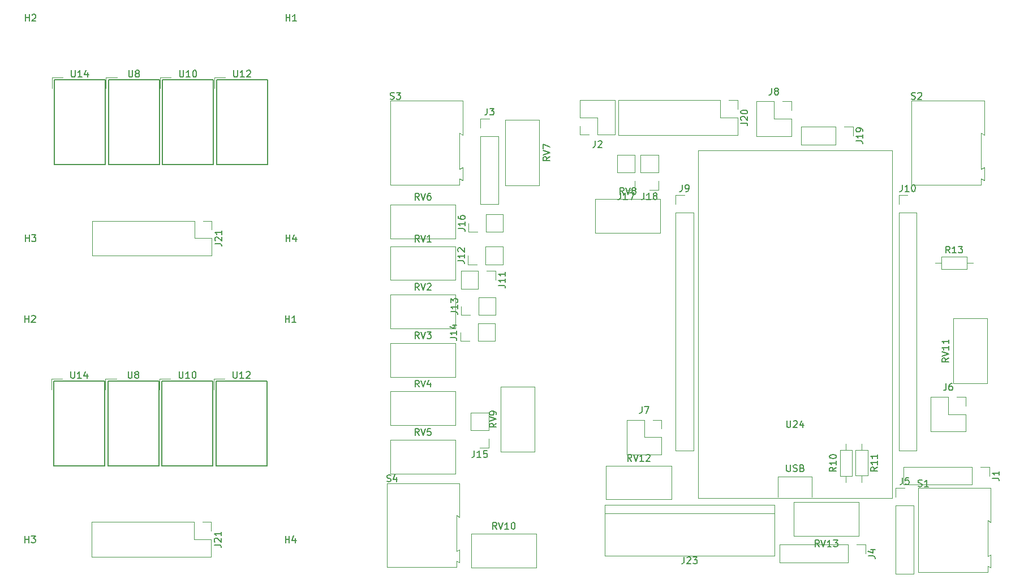
<source format=gbr>
%TF.GenerationSoftware,KiCad,Pcbnew,5.1.10-88a1d61d58~90~ubuntu20.04.1*%
%TF.CreationDate,2021-10-14T14:42:22+02:00*%
%TF.ProjectId,menelaos,6d656e65-6c61-46f7-932e-6b696361645f,rev?*%
%TF.SameCoordinates,Original*%
%TF.FileFunction,Legend,Top*%
%TF.FilePolarity,Positive*%
%FSLAX46Y46*%
G04 Gerber Fmt 4.6, Leading zero omitted, Abs format (unit mm)*
G04 Created by KiCad (PCBNEW 5.1.10-88a1d61d58~90~ubuntu20.04.1) date 2021-10-14 14:42:22*
%MOMM*%
%LPD*%
G01*
G04 APERTURE LIST*
%ADD10C,0.120000*%
%ADD11C,0.150000*%
G04 APERTURE END LIST*
D10*
%TO.C,J21*%
X69210000Y-101670000D02*
X69210000Y-106870000D01*
X84510000Y-101670000D02*
X69210000Y-101670000D01*
X87110000Y-106870000D02*
X69210000Y-106870000D01*
X84510000Y-101670000D02*
X84510000Y-104270000D01*
X84510000Y-104270000D02*
X87110000Y-104270000D01*
X87110000Y-104270000D02*
X87110000Y-106870000D01*
X85780000Y-101670000D02*
X87110000Y-101670000D01*
X87110000Y-101670000D02*
X87110000Y-103000000D01*
%TO.C,U14*%
X63170000Y-80210000D02*
X64800000Y-80210000D01*
X63170000Y-81840000D02*
X63170000Y-80210000D01*
D11*
X71150000Y-93270000D02*
X71150000Y-80570000D01*
X63530000Y-93270000D02*
X71150000Y-93270000D01*
X63530000Y-80570000D02*
X63530000Y-93270000D01*
X71150000Y-80570000D02*
X63530000Y-80570000D01*
%TO.C,U12*%
X95450000Y-80570000D02*
X87830000Y-80570000D01*
X87830000Y-80570000D02*
X87830000Y-93270000D01*
X87830000Y-93270000D02*
X95450000Y-93270000D01*
X95450000Y-93270000D02*
X95450000Y-80570000D01*
D10*
X87470000Y-81840000D02*
X87470000Y-80210000D01*
X87470000Y-80210000D02*
X89100000Y-80210000D01*
%TO.C,U10*%
X79370000Y-80210000D02*
X81000000Y-80210000D01*
X79370000Y-81840000D02*
X79370000Y-80210000D01*
D11*
X87350000Y-93270000D02*
X87350000Y-80570000D01*
X79730000Y-93270000D02*
X87350000Y-93270000D01*
X79730000Y-80570000D02*
X79730000Y-93270000D01*
X87350000Y-80570000D02*
X79730000Y-80570000D01*
%TO.C,U8*%
X79250000Y-80570000D02*
X71630000Y-80570000D01*
X71630000Y-80570000D02*
X71630000Y-93270000D01*
X71630000Y-93270000D02*
X79250000Y-93270000D01*
X79250000Y-93270000D02*
X79250000Y-80570000D01*
D10*
X71270000Y-81840000D02*
X71270000Y-80210000D01*
X71270000Y-80210000D02*
X72900000Y-80210000D01*
%TO.C,J2*%
X143550000Y-88780000D02*
X142220000Y-88780000D01*
X142220000Y-88780000D02*
X142220000Y-87450000D01*
X144820000Y-88780000D02*
X144820000Y-86180000D01*
X144820000Y-86180000D02*
X142220000Y-86180000D01*
X142220000Y-86180000D02*
X142220000Y-83580000D01*
X147420000Y-83580000D02*
X142220000Y-83580000D01*
X147420000Y-88780000D02*
X147420000Y-83580000D01*
X147420000Y-88780000D02*
X144820000Y-88780000D01*
%TO.C,J21*%
X69130000Y-146770000D02*
X69130000Y-151970000D01*
X84430000Y-146770000D02*
X69130000Y-146770000D01*
X87030000Y-151970000D02*
X69130000Y-151970000D01*
X84430000Y-146770000D02*
X84430000Y-149370000D01*
X84430000Y-149370000D02*
X87030000Y-149370000D01*
X87030000Y-149370000D02*
X87030000Y-151970000D01*
X85700000Y-146770000D02*
X87030000Y-146770000D01*
X87030000Y-146770000D02*
X87030000Y-148100000D01*
%TO.C,J20*%
X147930000Y-83620000D02*
X147930000Y-88820000D01*
X163230000Y-83620000D02*
X147930000Y-83620000D01*
X165830000Y-88820000D02*
X147930000Y-88820000D01*
X163230000Y-83620000D02*
X163230000Y-86220000D01*
X163230000Y-86220000D02*
X165830000Y-86220000D01*
X165830000Y-86220000D02*
X165830000Y-88820000D01*
X164500000Y-83620000D02*
X165830000Y-83620000D01*
X165830000Y-83620000D02*
X165830000Y-84950000D01*
%TO.C,S4*%
X113350000Y-140950000D02*
X113350000Y-153550000D01*
X113350000Y-153550000D02*
X123700000Y-153550000D01*
X123700000Y-153550000D02*
X123700000Y-152600000D01*
X123700000Y-152600000D02*
X124200000Y-152850000D01*
X124200000Y-152850000D02*
X124200000Y-150950000D01*
X124200000Y-150950000D02*
X124200000Y-150900000D01*
X124200000Y-150900000D02*
X123700000Y-151150000D01*
X123700000Y-151150000D02*
X123700000Y-145750000D01*
X123700000Y-145750000D02*
X124200000Y-146050000D01*
X124200000Y-146050000D02*
X124200000Y-140950000D01*
X124200000Y-140950000D02*
X113350000Y-140950000D01*
%TO.C,J1*%
X190660000Y-138520000D02*
X190660000Y-141180000D01*
X200880000Y-138520000D02*
X190660000Y-138520000D01*
X200880000Y-141180000D02*
X190660000Y-141180000D01*
X200880000Y-138520000D02*
X200880000Y-141180000D01*
X202150000Y-138520000D02*
X203480000Y-138520000D01*
X203480000Y-138520000D02*
X203480000Y-139850000D01*
%TO.C,J3*%
X127320000Y-99190000D02*
X129980000Y-99190000D01*
X127320000Y-88970000D02*
X127320000Y-99190000D01*
X129980000Y-88970000D02*
X129980000Y-99190000D01*
X127320000Y-88970000D02*
X129980000Y-88970000D01*
X127320000Y-87700000D02*
X127320000Y-86370000D01*
X127320000Y-86370000D02*
X128650000Y-86370000D01*
%TO.C,J4*%
X184930000Y-150170000D02*
X184930000Y-151500000D01*
X183600000Y-150170000D02*
X184930000Y-150170000D01*
X182330000Y-150170000D02*
X182330000Y-152830000D01*
X182330000Y-152830000D02*
X172110000Y-152830000D01*
X182330000Y-150170000D02*
X172110000Y-150170000D01*
X172110000Y-150170000D02*
X172110000Y-152830000D01*
%TO.C,J5*%
X189470000Y-141670000D02*
X190800000Y-141670000D01*
X189470000Y-143000000D02*
X189470000Y-141670000D01*
X189470000Y-144270000D02*
X192130000Y-144270000D01*
X192130000Y-144270000D02*
X192130000Y-154490000D01*
X189470000Y-144270000D02*
X189470000Y-154490000D01*
X189470000Y-154490000D02*
X192130000Y-154490000D01*
%TO.C,J6*%
X194730000Y-128020000D02*
X197330000Y-128020000D01*
X194730000Y-128020000D02*
X194730000Y-133220000D01*
X194730000Y-133220000D02*
X199930000Y-133220000D01*
X199930000Y-130620000D02*
X199930000Y-133220000D01*
X197330000Y-130620000D02*
X199930000Y-130620000D01*
X197330000Y-128020000D02*
X197330000Y-130620000D01*
X199930000Y-128020000D02*
X199930000Y-129350000D01*
X198600000Y-128020000D02*
X199930000Y-128020000D01*
%TO.C,J7*%
X149230000Y-131470000D02*
X151830000Y-131470000D01*
X149230000Y-131470000D02*
X149230000Y-136670000D01*
X149230000Y-136670000D02*
X154430000Y-136670000D01*
X154430000Y-134070000D02*
X154430000Y-136670000D01*
X151830000Y-134070000D02*
X154430000Y-134070000D01*
X151830000Y-131470000D02*
X151830000Y-134070000D01*
X154430000Y-131470000D02*
X154430000Y-132800000D01*
X153100000Y-131470000D02*
X154430000Y-131470000D01*
%TO.C,J8*%
X172500000Y-83770000D02*
X173830000Y-83770000D01*
X173830000Y-83770000D02*
X173830000Y-85100000D01*
X171230000Y-83770000D02*
X171230000Y-86370000D01*
X171230000Y-86370000D02*
X173830000Y-86370000D01*
X173830000Y-86370000D02*
X173830000Y-88970000D01*
X168630000Y-88970000D02*
X173830000Y-88970000D01*
X168630000Y-83770000D02*
X168630000Y-88970000D01*
X168630000Y-83770000D02*
X171230000Y-83770000D01*
%TO.C,J9*%
X156520000Y-97820000D02*
X157850000Y-97820000D01*
X156520000Y-99150000D02*
X156520000Y-97820000D01*
X156520000Y-100420000D02*
X159180000Y-100420000D01*
X159180000Y-100420000D02*
X159180000Y-136040000D01*
X156520000Y-100420000D02*
X156520000Y-136040000D01*
X156520000Y-136040000D02*
X159180000Y-136040000D01*
%TO.C,J10*%
X189920000Y-136040000D02*
X192580000Y-136040000D01*
X189920000Y-100420000D02*
X189920000Y-136040000D01*
X192580000Y-100420000D02*
X192580000Y-136040000D01*
X189920000Y-100420000D02*
X192580000Y-100420000D01*
X189920000Y-99150000D02*
X189920000Y-97820000D01*
X189920000Y-97820000D02*
X191250000Y-97820000D01*
%TO.C,J11*%
X129580000Y-109170000D02*
X129580000Y-110500000D01*
X128250000Y-109170000D02*
X129580000Y-109170000D01*
X126980000Y-109170000D02*
X126980000Y-111830000D01*
X126980000Y-111830000D02*
X124380000Y-111830000D01*
X126980000Y-109170000D02*
X124380000Y-109170000D01*
X124380000Y-109170000D02*
X124380000Y-111830000D01*
%TO.C,J12*%
X125470000Y-108180000D02*
X125470000Y-106850000D01*
X126800000Y-108180000D02*
X125470000Y-108180000D01*
X128070000Y-108180000D02*
X128070000Y-105520000D01*
X128070000Y-105520000D02*
X130670000Y-105520000D01*
X128070000Y-108180000D02*
X130670000Y-108180000D01*
X130670000Y-108180000D02*
X130670000Y-105520000D01*
%TO.C,J13*%
X129620000Y-115780000D02*
X129620000Y-113120000D01*
X127020000Y-115780000D02*
X129620000Y-115780000D01*
X127020000Y-113120000D02*
X129620000Y-113120000D01*
X127020000Y-115780000D02*
X127020000Y-113120000D01*
X125750000Y-115780000D02*
X124420000Y-115780000D01*
X124420000Y-115780000D02*
X124420000Y-114450000D01*
%TO.C,J14*%
X129520000Y-119680000D02*
X129520000Y-117020000D01*
X126920000Y-119680000D02*
X129520000Y-119680000D01*
X126920000Y-117020000D02*
X129520000Y-117020000D01*
X126920000Y-119680000D02*
X126920000Y-117020000D01*
X125650000Y-119680000D02*
X124320000Y-119680000D01*
X124320000Y-119680000D02*
X124320000Y-118350000D01*
%TO.C,J15*%
X128530000Y-130430000D02*
X125870000Y-130430000D01*
X128530000Y-133030000D02*
X128530000Y-130430000D01*
X125870000Y-133030000D02*
X125870000Y-130430000D01*
X128530000Y-133030000D02*
X125870000Y-133030000D01*
X128530000Y-134300000D02*
X128530000Y-135630000D01*
X128530000Y-135630000D02*
X127200000Y-135630000D01*
%TO.C,J16*%
X125520000Y-103330000D02*
X125520000Y-102000000D01*
X126850000Y-103330000D02*
X125520000Y-103330000D01*
X128120000Y-103330000D02*
X128120000Y-100670000D01*
X128120000Y-100670000D02*
X130720000Y-100670000D01*
X128120000Y-103330000D02*
X130720000Y-103330000D01*
X130720000Y-103330000D02*
X130720000Y-100670000D01*
%TO.C,J17*%
X150430000Y-97030000D02*
X149100000Y-97030000D01*
X150430000Y-95700000D02*
X150430000Y-97030000D01*
X150430000Y-94430000D02*
X147770000Y-94430000D01*
X147770000Y-94430000D02*
X147770000Y-91830000D01*
X150430000Y-94430000D02*
X150430000Y-91830000D01*
X150430000Y-91830000D02*
X147770000Y-91830000D01*
%TO.C,J18*%
X153930000Y-91830000D02*
X151270000Y-91830000D01*
X153930000Y-94430000D02*
X153930000Y-91830000D01*
X151270000Y-94430000D02*
X151270000Y-91830000D01*
X153930000Y-94430000D02*
X151270000Y-94430000D01*
X153930000Y-95700000D02*
X153930000Y-97030000D01*
X153930000Y-97030000D02*
X152600000Y-97030000D01*
%TO.C,J19*%
X175340000Y-87570000D02*
X175340000Y-90230000D01*
X180480000Y-87570000D02*
X175340000Y-87570000D01*
X180480000Y-90230000D02*
X175340000Y-90230000D01*
X180480000Y-87570000D02*
X180480000Y-90230000D01*
X181750000Y-87570000D02*
X183080000Y-87570000D01*
X183080000Y-87570000D02*
X183080000Y-88900000D01*
%TO.C,J23*%
X171290000Y-144190000D02*
X145890000Y-144190000D01*
X171290000Y-145460000D02*
X145890000Y-145460000D01*
X171290000Y-151810000D02*
X145890000Y-151810000D01*
X145890000Y-151810000D02*
X145890000Y-144190000D01*
X171290000Y-151810000D02*
X171290000Y-144190000D01*
%TO.C,R10*%
X182025000Y-135070000D02*
X182025000Y-136020000D01*
X182025000Y-140810000D02*
X182025000Y-139860000D01*
X181105000Y-136020000D02*
X181105000Y-139860000D01*
X182945000Y-136020000D02*
X181105000Y-136020000D01*
X182945000Y-139860000D02*
X182945000Y-136020000D01*
X181105000Y-139860000D02*
X182945000Y-139860000D01*
%TO.C,R11*%
X184350000Y-140780000D02*
X184350000Y-139830000D01*
X184350000Y-135040000D02*
X184350000Y-135990000D01*
X185270000Y-139830000D02*
X185270000Y-135990000D01*
X183430000Y-139830000D02*
X185270000Y-139830000D01*
X183430000Y-135990000D02*
X183430000Y-139830000D01*
X185270000Y-135990000D02*
X183430000Y-135990000D01*
%TO.C,R13*%
X201080000Y-107950000D02*
X200130000Y-107950000D01*
X195340000Y-107950000D02*
X196290000Y-107950000D01*
X200130000Y-107030000D02*
X196290000Y-107030000D01*
X200130000Y-108870000D02*
X200130000Y-107030000D01*
X196290000Y-108870000D02*
X200130000Y-108870000D01*
X196290000Y-107030000D02*
X196290000Y-108870000D01*
%TO.C,RV1*%
X113825000Y-105470000D02*
X123595000Y-105470000D01*
X113825000Y-110540000D02*
X123595000Y-110540000D01*
X113825000Y-105470000D02*
X113825000Y-110540000D01*
X123595000Y-105470000D02*
X123595000Y-110540000D01*
%TO.C,RV2*%
X123595000Y-112720000D02*
X123595000Y-117790000D01*
X113825000Y-112720000D02*
X113825000Y-117790000D01*
X113825000Y-117790000D02*
X123595000Y-117790000D01*
X113825000Y-112720000D02*
X123595000Y-112720000D01*
%TO.C,RV3*%
X113825000Y-119970000D02*
X123595000Y-119970000D01*
X113825000Y-125040000D02*
X123595000Y-125040000D01*
X113825000Y-119970000D02*
X113825000Y-125040000D01*
X123595000Y-119970000D02*
X123595000Y-125040000D01*
%TO.C,RV4*%
X123595000Y-127220000D02*
X123595000Y-132290000D01*
X113825000Y-127220000D02*
X113825000Y-132290000D01*
X113825000Y-132290000D02*
X123595000Y-132290000D01*
X113825000Y-127220000D02*
X123595000Y-127220000D01*
%TO.C,RV5*%
X113825000Y-134470000D02*
X123595000Y-134470000D01*
X113825000Y-139540000D02*
X123595000Y-139540000D01*
X113825000Y-134470000D02*
X113825000Y-139540000D01*
X123595000Y-134470000D02*
X123595000Y-139540000D01*
%TO.C,RV6*%
X123595000Y-99220000D02*
X123595000Y-104290000D01*
X113825000Y-99220000D02*
X113825000Y-104290000D01*
X113825000Y-104290000D02*
X123595000Y-104290000D01*
X113825000Y-99220000D02*
X123595000Y-99220000D01*
%TO.C,RV7*%
X136130000Y-86575000D02*
X136130000Y-96345000D01*
X131060000Y-86575000D02*
X131060000Y-96345000D01*
X136130000Y-86575000D02*
X131060000Y-86575000D01*
X136130000Y-96345000D02*
X131060000Y-96345000D01*
%TO.C,RV8*%
X144475000Y-98370000D02*
X154245000Y-98370000D01*
X144475000Y-103440000D02*
X154245000Y-103440000D01*
X144475000Y-98370000D02*
X144475000Y-103440000D01*
X154245000Y-98370000D02*
X154245000Y-103440000D01*
%TO.C,RV9*%
X130370000Y-126505000D02*
X135440000Y-126505000D01*
X130370000Y-136275000D02*
X135440000Y-136275000D01*
X135440000Y-136275000D02*
X135440000Y-126505000D01*
X130370000Y-136275000D02*
X130370000Y-126505000D01*
%TO.C,RV10*%
X125925000Y-148520000D02*
X135695000Y-148520000D01*
X125925000Y-153590000D02*
X135695000Y-153590000D01*
X125925000Y-148520000D02*
X125925000Y-153590000D01*
X135695000Y-148520000D02*
X135695000Y-153590000D01*
%TO.C,RV11*%
X198070000Y-116255000D02*
X203140000Y-116255000D01*
X198070000Y-126025000D02*
X203140000Y-126025000D01*
X203140000Y-126025000D02*
X203140000Y-116255000D01*
X198070000Y-126025000D02*
X198070000Y-116255000D01*
%TO.C,RV12*%
X155895000Y-138320000D02*
X155895000Y-143390000D01*
X146125000Y-138320000D02*
X146125000Y-143390000D01*
X146125000Y-143390000D02*
X155895000Y-143390000D01*
X146125000Y-138320000D02*
X155895000Y-138320000D01*
%TO.C,RV13*%
X183975000Y-148880000D02*
X174205000Y-148880000D01*
X183975000Y-143810000D02*
X174205000Y-143810000D01*
X183975000Y-148880000D02*
X183975000Y-143810000D01*
X174205000Y-148880000D02*
X174205000Y-143810000D01*
%TO.C,S1*%
X192850000Y-141700000D02*
X192850000Y-154300000D01*
X192850000Y-154300000D02*
X203200000Y-154300000D01*
X203200000Y-154300000D02*
X203200000Y-153350000D01*
X203200000Y-153350000D02*
X203700000Y-153600000D01*
X203700000Y-153600000D02*
X203700000Y-151700000D01*
X203700000Y-151700000D02*
X203700000Y-151650000D01*
X203700000Y-151650000D02*
X203200000Y-151900000D01*
X203200000Y-151900000D02*
X203200000Y-146500000D01*
X203200000Y-146500000D02*
X203700000Y-146800000D01*
X203700000Y-146800000D02*
X203700000Y-141700000D01*
X203700000Y-141700000D02*
X192850000Y-141700000D01*
%TO.C,S2*%
X191850000Y-83700000D02*
X191850000Y-96300000D01*
X191850000Y-96300000D02*
X202200000Y-96300000D01*
X202200000Y-96300000D02*
X202200000Y-95350000D01*
X202200000Y-95350000D02*
X202700000Y-95600000D01*
X202700000Y-95600000D02*
X202700000Y-93700000D01*
X202700000Y-93700000D02*
X202700000Y-93650000D01*
X202700000Y-93650000D02*
X202200000Y-93900000D01*
X202200000Y-93900000D02*
X202200000Y-88500000D01*
X202200000Y-88500000D02*
X202700000Y-88800000D01*
X202700000Y-88800000D02*
X202700000Y-83700000D01*
X202700000Y-83700000D02*
X191850000Y-83700000D01*
%TO.C,S3*%
X124700000Y-83700000D02*
X113850000Y-83700000D01*
X124700000Y-88800000D02*
X124700000Y-83700000D01*
X124200000Y-88500000D02*
X124700000Y-88800000D01*
X124200000Y-93900000D02*
X124200000Y-88500000D01*
X124700000Y-93650000D02*
X124200000Y-93900000D01*
X124700000Y-93700000D02*
X124700000Y-93650000D01*
X124700000Y-95600000D02*
X124700000Y-93700000D01*
X124200000Y-95350000D02*
X124700000Y-95600000D01*
X124200000Y-96300000D02*
X124200000Y-95350000D01*
X113850000Y-96300000D02*
X124200000Y-96300000D01*
X113850000Y-83700000D02*
X113850000Y-96300000D01*
D11*
%TO.C,U8*%
X79170000Y-125670000D02*
X71550000Y-125670000D01*
X71550000Y-125670000D02*
X71550000Y-138370000D01*
X71550000Y-138370000D02*
X79170000Y-138370000D01*
X79170000Y-138370000D02*
X79170000Y-125670000D01*
D10*
X71190000Y-126940000D02*
X71190000Y-125310000D01*
X71190000Y-125310000D02*
X72820000Y-125310000D01*
%TO.C,U10*%
X79290000Y-125310000D02*
X80920000Y-125310000D01*
X79290000Y-126940000D02*
X79290000Y-125310000D01*
D11*
X87270000Y-138370000D02*
X87270000Y-125670000D01*
X79650000Y-138370000D02*
X87270000Y-138370000D01*
X79650000Y-125670000D02*
X79650000Y-138370000D01*
X87270000Y-125670000D02*
X79650000Y-125670000D01*
%TO.C,U12*%
X95370000Y-125670000D02*
X87750000Y-125670000D01*
X87750000Y-125670000D02*
X87750000Y-138370000D01*
X87750000Y-138370000D02*
X95370000Y-138370000D01*
X95370000Y-138370000D02*
X95370000Y-125670000D01*
D10*
X87390000Y-126940000D02*
X87390000Y-125310000D01*
X87390000Y-125310000D02*
X89020000Y-125310000D01*
%TO.C,U14*%
X63090000Y-125310000D02*
X64720000Y-125310000D01*
X63090000Y-126940000D02*
X63090000Y-125310000D01*
D11*
X71070000Y-138370000D02*
X71070000Y-125670000D01*
X63450000Y-138370000D02*
X71070000Y-138370000D01*
X63450000Y-125670000D02*
X63450000Y-138370000D01*
X71070000Y-125670000D02*
X63450000Y-125670000D01*
D10*
%TO.C,U24*%
X159900000Y-91150000D02*
X159900000Y-143150000D01*
X188900000Y-91150000D02*
X188900000Y-143150000D01*
X159900000Y-91150000D02*
X188900000Y-91150000D01*
X159900000Y-143150000D02*
X188900000Y-143150000D01*
X171860000Y-143058000D02*
X171860000Y-140010000D01*
X171860000Y-140010000D02*
X176940000Y-140010000D01*
X176940000Y-140010000D02*
X176940000Y-143058000D01*
%TO.C,J21*%
D11*
X87562380Y-105079523D02*
X88276666Y-105079523D01*
X88419523Y-105127142D01*
X88514761Y-105222380D01*
X88562380Y-105365238D01*
X88562380Y-105460476D01*
X87657619Y-104650952D02*
X87610000Y-104603333D01*
X87562380Y-104508095D01*
X87562380Y-104270000D01*
X87610000Y-104174761D01*
X87657619Y-104127142D01*
X87752857Y-104079523D01*
X87848095Y-104079523D01*
X87990952Y-104127142D01*
X88562380Y-104698571D01*
X88562380Y-104079523D01*
X88562380Y-103127142D02*
X88562380Y-103698571D01*
X88562380Y-103412857D02*
X87562380Y-103412857D01*
X87705238Y-103508095D01*
X87800476Y-103603333D01*
X87848095Y-103698571D01*
%TO.C,H3*%
X59218095Y-104752380D02*
X59218095Y-103752380D01*
X59218095Y-104228571D02*
X59789523Y-104228571D01*
X59789523Y-104752380D02*
X59789523Y-103752380D01*
X60170476Y-103752380D02*
X60789523Y-103752380D01*
X60456190Y-104133333D01*
X60599047Y-104133333D01*
X60694285Y-104180952D01*
X60741904Y-104228571D01*
X60789523Y-104323809D01*
X60789523Y-104561904D01*
X60741904Y-104657142D01*
X60694285Y-104704761D01*
X60599047Y-104752380D01*
X60313333Y-104752380D01*
X60218095Y-104704761D01*
X60170476Y-104657142D01*
%TO.C,H1*%
X98218095Y-71752380D02*
X98218095Y-70752380D01*
X98218095Y-71228571D02*
X98789523Y-71228571D01*
X98789523Y-71752380D02*
X98789523Y-70752380D01*
X99789523Y-71752380D02*
X99218095Y-71752380D01*
X99503809Y-71752380D02*
X99503809Y-70752380D01*
X99408571Y-70895238D01*
X99313333Y-70990476D01*
X99218095Y-71038095D01*
%TO.C,U14*%
X66101904Y-79133380D02*
X66101904Y-79942904D01*
X66149523Y-80038142D01*
X66197142Y-80085761D01*
X66292380Y-80133380D01*
X66482857Y-80133380D01*
X66578095Y-80085761D01*
X66625714Y-80038142D01*
X66673333Y-79942904D01*
X66673333Y-79133380D01*
X67673333Y-80133380D02*
X67101904Y-80133380D01*
X67387619Y-80133380D02*
X67387619Y-79133380D01*
X67292380Y-79276238D01*
X67197142Y-79371476D01*
X67101904Y-79419095D01*
X68530476Y-79466714D02*
X68530476Y-80133380D01*
X68292380Y-79085761D02*
X68054285Y-79800047D01*
X68673333Y-79800047D01*
%TO.C,U12*%
X90401904Y-79133380D02*
X90401904Y-79942904D01*
X90449523Y-80038142D01*
X90497142Y-80085761D01*
X90592380Y-80133380D01*
X90782857Y-80133380D01*
X90878095Y-80085761D01*
X90925714Y-80038142D01*
X90973333Y-79942904D01*
X90973333Y-79133380D01*
X91973333Y-80133380D02*
X91401904Y-80133380D01*
X91687619Y-80133380D02*
X91687619Y-79133380D01*
X91592380Y-79276238D01*
X91497142Y-79371476D01*
X91401904Y-79419095D01*
X92354285Y-79228619D02*
X92401904Y-79181000D01*
X92497142Y-79133380D01*
X92735238Y-79133380D01*
X92830476Y-79181000D01*
X92878095Y-79228619D01*
X92925714Y-79323857D01*
X92925714Y-79419095D01*
X92878095Y-79561952D01*
X92306666Y-80133380D01*
X92925714Y-80133380D01*
%TO.C,U10*%
X82301904Y-79133380D02*
X82301904Y-79942904D01*
X82349523Y-80038142D01*
X82397142Y-80085761D01*
X82492380Y-80133380D01*
X82682857Y-80133380D01*
X82778095Y-80085761D01*
X82825714Y-80038142D01*
X82873333Y-79942904D01*
X82873333Y-79133380D01*
X83873333Y-80133380D02*
X83301904Y-80133380D01*
X83587619Y-80133380D02*
X83587619Y-79133380D01*
X83492380Y-79276238D01*
X83397142Y-79371476D01*
X83301904Y-79419095D01*
X84492380Y-79133380D02*
X84587619Y-79133380D01*
X84682857Y-79181000D01*
X84730476Y-79228619D01*
X84778095Y-79323857D01*
X84825714Y-79514333D01*
X84825714Y-79752428D01*
X84778095Y-79942904D01*
X84730476Y-80038142D01*
X84682857Y-80085761D01*
X84587619Y-80133380D01*
X84492380Y-80133380D01*
X84397142Y-80085761D01*
X84349523Y-80038142D01*
X84301904Y-79942904D01*
X84254285Y-79752428D01*
X84254285Y-79514333D01*
X84301904Y-79323857D01*
X84349523Y-79228619D01*
X84397142Y-79181000D01*
X84492380Y-79133380D01*
%TO.C,U8*%
X74678095Y-79133380D02*
X74678095Y-79942904D01*
X74725714Y-80038142D01*
X74773333Y-80085761D01*
X74868571Y-80133380D01*
X75059047Y-80133380D01*
X75154285Y-80085761D01*
X75201904Y-80038142D01*
X75249523Y-79942904D01*
X75249523Y-79133380D01*
X75868571Y-79561952D02*
X75773333Y-79514333D01*
X75725714Y-79466714D01*
X75678095Y-79371476D01*
X75678095Y-79323857D01*
X75725714Y-79228619D01*
X75773333Y-79181000D01*
X75868571Y-79133380D01*
X76059047Y-79133380D01*
X76154285Y-79181000D01*
X76201904Y-79228619D01*
X76249523Y-79323857D01*
X76249523Y-79371476D01*
X76201904Y-79466714D01*
X76154285Y-79514333D01*
X76059047Y-79561952D01*
X75868571Y-79561952D01*
X75773333Y-79609571D01*
X75725714Y-79657190D01*
X75678095Y-79752428D01*
X75678095Y-79942904D01*
X75725714Y-80038142D01*
X75773333Y-80085761D01*
X75868571Y-80133380D01*
X76059047Y-80133380D01*
X76154285Y-80085761D01*
X76201904Y-80038142D01*
X76249523Y-79942904D01*
X76249523Y-79752428D01*
X76201904Y-79657190D01*
X76154285Y-79609571D01*
X76059047Y-79561952D01*
%TO.C,H2*%
X59218095Y-71752380D02*
X59218095Y-70752380D01*
X59218095Y-71228571D02*
X59789523Y-71228571D01*
X59789523Y-71752380D02*
X59789523Y-70752380D01*
X60218095Y-70847619D02*
X60265714Y-70800000D01*
X60360952Y-70752380D01*
X60599047Y-70752380D01*
X60694285Y-70800000D01*
X60741904Y-70847619D01*
X60789523Y-70942857D01*
X60789523Y-71038095D01*
X60741904Y-71180952D01*
X60170476Y-71752380D01*
X60789523Y-71752380D01*
%TO.C,H4*%
X98218095Y-104752380D02*
X98218095Y-103752380D01*
X98218095Y-104228571D02*
X98789523Y-104228571D01*
X98789523Y-104752380D02*
X98789523Y-103752380D01*
X99694285Y-104085714D02*
X99694285Y-104752380D01*
X99456190Y-103704761D02*
X99218095Y-104419047D01*
X99837142Y-104419047D01*
%TO.C,J2*%
X144486666Y-89672380D02*
X144486666Y-90386666D01*
X144439047Y-90529523D01*
X144343809Y-90624761D01*
X144200952Y-90672380D01*
X144105714Y-90672380D01*
X144915238Y-89767619D02*
X144962857Y-89720000D01*
X145058095Y-89672380D01*
X145296190Y-89672380D01*
X145391428Y-89720000D01*
X145439047Y-89767619D01*
X145486666Y-89862857D01*
X145486666Y-89958095D01*
X145439047Y-90100952D01*
X144867619Y-90672380D01*
X145486666Y-90672380D01*
%TO.C,J21*%
X87482380Y-150179523D02*
X88196666Y-150179523D01*
X88339523Y-150227142D01*
X88434761Y-150322380D01*
X88482380Y-150465238D01*
X88482380Y-150560476D01*
X87577619Y-149750952D02*
X87530000Y-149703333D01*
X87482380Y-149608095D01*
X87482380Y-149370000D01*
X87530000Y-149274761D01*
X87577619Y-149227142D01*
X87672857Y-149179523D01*
X87768095Y-149179523D01*
X87910952Y-149227142D01*
X88482380Y-149798571D01*
X88482380Y-149179523D01*
X88482380Y-148227142D02*
X88482380Y-148798571D01*
X88482380Y-148512857D02*
X87482380Y-148512857D01*
X87625238Y-148608095D01*
X87720476Y-148703333D01*
X87768095Y-148798571D01*
%TO.C,J20*%
X166282380Y-87029523D02*
X166996666Y-87029523D01*
X167139523Y-87077142D01*
X167234761Y-87172380D01*
X167282380Y-87315238D01*
X167282380Y-87410476D01*
X166377619Y-86600952D02*
X166330000Y-86553333D01*
X166282380Y-86458095D01*
X166282380Y-86220000D01*
X166330000Y-86124761D01*
X166377619Y-86077142D01*
X166472857Y-86029523D01*
X166568095Y-86029523D01*
X166710952Y-86077142D01*
X167282380Y-86648571D01*
X167282380Y-86029523D01*
X166282380Y-85410476D02*
X166282380Y-85315238D01*
X166330000Y-85220000D01*
X166377619Y-85172380D01*
X166472857Y-85124761D01*
X166663333Y-85077142D01*
X166901428Y-85077142D01*
X167091904Y-85124761D01*
X167187142Y-85172380D01*
X167234761Y-85220000D01*
X167282380Y-85315238D01*
X167282380Y-85410476D01*
X167234761Y-85505714D01*
X167187142Y-85553333D01*
X167091904Y-85600952D01*
X166901428Y-85648571D01*
X166663333Y-85648571D01*
X166472857Y-85600952D01*
X166377619Y-85553333D01*
X166330000Y-85505714D01*
X166282380Y-85410476D01*
%TO.C,H4*%
X98138095Y-149852380D02*
X98138095Y-148852380D01*
X98138095Y-149328571D02*
X98709523Y-149328571D01*
X98709523Y-149852380D02*
X98709523Y-148852380D01*
X99614285Y-149185714D02*
X99614285Y-149852380D01*
X99376190Y-148804761D02*
X99138095Y-149519047D01*
X99757142Y-149519047D01*
%TO.C,H3*%
X59138095Y-149852380D02*
X59138095Y-148852380D01*
X59138095Y-149328571D02*
X59709523Y-149328571D01*
X59709523Y-149852380D02*
X59709523Y-148852380D01*
X60090476Y-148852380D02*
X60709523Y-148852380D01*
X60376190Y-149233333D01*
X60519047Y-149233333D01*
X60614285Y-149280952D01*
X60661904Y-149328571D01*
X60709523Y-149423809D01*
X60709523Y-149661904D01*
X60661904Y-149757142D01*
X60614285Y-149804761D01*
X60519047Y-149852380D01*
X60233333Y-149852380D01*
X60138095Y-149804761D01*
X60090476Y-149757142D01*
%TO.C,H2*%
X59138095Y-116852380D02*
X59138095Y-115852380D01*
X59138095Y-116328571D02*
X59709523Y-116328571D01*
X59709523Y-116852380D02*
X59709523Y-115852380D01*
X60138095Y-115947619D02*
X60185714Y-115900000D01*
X60280952Y-115852380D01*
X60519047Y-115852380D01*
X60614285Y-115900000D01*
X60661904Y-115947619D01*
X60709523Y-116042857D01*
X60709523Y-116138095D01*
X60661904Y-116280952D01*
X60090476Y-116852380D01*
X60709523Y-116852380D01*
%TO.C,H1*%
X98138095Y-116852380D02*
X98138095Y-115852380D01*
X98138095Y-116328571D02*
X98709523Y-116328571D01*
X98709523Y-116852380D02*
X98709523Y-115852380D01*
X99709523Y-116852380D02*
X99138095Y-116852380D01*
X99423809Y-116852380D02*
X99423809Y-115852380D01*
X99328571Y-115995238D01*
X99233333Y-116090476D01*
X99138095Y-116138095D01*
%TO.C,S4*%
X113318095Y-140664761D02*
X113460952Y-140712380D01*
X113699047Y-140712380D01*
X113794285Y-140664761D01*
X113841904Y-140617142D01*
X113889523Y-140521904D01*
X113889523Y-140426666D01*
X113841904Y-140331428D01*
X113794285Y-140283809D01*
X113699047Y-140236190D01*
X113508571Y-140188571D01*
X113413333Y-140140952D01*
X113365714Y-140093333D01*
X113318095Y-139998095D01*
X113318095Y-139902857D01*
X113365714Y-139807619D01*
X113413333Y-139760000D01*
X113508571Y-139712380D01*
X113746666Y-139712380D01*
X113889523Y-139760000D01*
X114746666Y-140045714D02*
X114746666Y-140712380D01*
X114508571Y-139664761D02*
X114270476Y-140379047D01*
X114889523Y-140379047D01*
%TO.C,J1*%
X203932380Y-140183333D02*
X204646666Y-140183333D01*
X204789523Y-140230952D01*
X204884761Y-140326190D01*
X204932380Y-140469047D01*
X204932380Y-140564285D01*
X204932380Y-139183333D02*
X204932380Y-139754761D01*
X204932380Y-139469047D02*
X203932380Y-139469047D01*
X204075238Y-139564285D01*
X204170476Y-139659523D01*
X204218095Y-139754761D01*
%TO.C,J3*%
X128316666Y-84822380D02*
X128316666Y-85536666D01*
X128269047Y-85679523D01*
X128173809Y-85774761D01*
X128030952Y-85822380D01*
X127935714Y-85822380D01*
X128697619Y-84822380D02*
X129316666Y-84822380D01*
X128983333Y-85203333D01*
X129126190Y-85203333D01*
X129221428Y-85250952D01*
X129269047Y-85298571D01*
X129316666Y-85393809D01*
X129316666Y-85631904D01*
X129269047Y-85727142D01*
X129221428Y-85774761D01*
X129126190Y-85822380D01*
X128840476Y-85822380D01*
X128745238Y-85774761D01*
X128697619Y-85727142D01*
%TO.C,J4*%
X185382380Y-151833333D02*
X186096666Y-151833333D01*
X186239523Y-151880952D01*
X186334761Y-151976190D01*
X186382380Y-152119047D01*
X186382380Y-152214285D01*
X185715714Y-150928571D02*
X186382380Y-150928571D01*
X185334761Y-151166666D02*
X186049047Y-151404761D01*
X186049047Y-150785714D01*
%TO.C,J5*%
X190466666Y-140122380D02*
X190466666Y-140836666D01*
X190419047Y-140979523D01*
X190323809Y-141074761D01*
X190180952Y-141122380D01*
X190085714Y-141122380D01*
X191419047Y-140122380D02*
X190942857Y-140122380D01*
X190895238Y-140598571D01*
X190942857Y-140550952D01*
X191038095Y-140503333D01*
X191276190Y-140503333D01*
X191371428Y-140550952D01*
X191419047Y-140598571D01*
X191466666Y-140693809D01*
X191466666Y-140931904D01*
X191419047Y-141027142D01*
X191371428Y-141074761D01*
X191276190Y-141122380D01*
X191038095Y-141122380D01*
X190942857Y-141074761D01*
X190895238Y-141027142D01*
%TO.C,J6*%
X196996666Y-126032380D02*
X196996666Y-126746666D01*
X196949047Y-126889523D01*
X196853809Y-126984761D01*
X196710952Y-127032380D01*
X196615714Y-127032380D01*
X197901428Y-126032380D02*
X197710952Y-126032380D01*
X197615714Y-126080000D01*
X197568095Y-126127619D01*
X197472857Y-126270476D01*
X197425238Y-126460952D01*
X197425238Y-126841904D01*
X197472857Y-126937142D01*
X197520476Y-126984761D01*
X197615714Y-127032380D01*
X197806190Y-127032380D01*
X197901428Y-126984761D01*
X197949047Y-126937142D01*
X197996666Y-126841904D01*
X197996666Y-126603809D01*
X197949047Y-126508571D01*
X197901428Y-126460952D01*
X197806190Y-126413333D01*
X197615714Y-126413333D01*
X197520476Y-126460952D01*
X197472857Y-126508571D01*
X197425238Y-126603809D01*
%TO.C,J7*%
X151496666Y-129482380D02*
X151496666Y-130196666D01*
X151449047Y-130339523D01*
X151353809Y-130434761D01*
X151210952Y-130482380D01*
X151115714Y-130482380D01*
X151877619Y-129482380D02*
X152544285Y-129482380D01*
X152115714Y-130482380D01*
%TO.C,J8*%
X170896666Y-81782380D02*
X170896666Y-82496666D01*
X170849047Y-82639523D01*
X170753809Y-82734761D01*
X170610952Y-82782380D01*
X170515714Y-82782380D01*
X171515714Y-82210952D02*
X171420476Y-82163333D01*
X171372857Y-82115714D01*
X171325238Y-82020476D01*
X171325238Y-81972857D01*
X171372857Y-81877619D01*
X171420476Y-81830000D01*
X171515714Y-81782380D01*
X171706190Y-81782380D01*
X171801428Y-81830000D01*
X171849047Y-81877619D01*
X171896666Y-81972857D01*
X171896666Y-82020476D01*
X171849047Y-82115714D01*
X171801428Y-82163333D01*
X171706190Y-82210952D01*
X171515714Y-82210952D01*
X171420476Y-82258571D01*
X171372857Y-82306190D01*
X171325238Y-82401428D01*
X171325238Y-82591904D01*
X171372857Y-82687142D01*
X171420476Y-82734761D01*
X171515714Y-82782380D01*
X171706190Y-82782380D01*
X171801428Y-82734761D01*
X171849047Y-82687142D01*
X171896666Y-82591904D01*
X171896666Y-82401428D01*
X171849047Y-82306190D01*
X171801428Y-82258571D01*
X171706190Y-82210952D01*
%TO.C,J9*%
X157516666Y-96272380D02*
X157516666Y-96986666D01*
X157469047Y-97129523D01*
X157373809Y-97224761D01*
X157230952Y-97272380D01*
X157135714Y-97272380D01*
X158040476Y-97272380D02*
X158230952Y-97272380D01*
X158326190Y-97224761D01*
X158373809Y-97177142D01*
X158469047Y-97034285D01*
X158516666Y-96843809D01*
X158516666Y-96462857D01*
X158469047Y-96367619D01*
X158421428Y-96320000D01*
X158326190Y-96272380D01*
X158135714Y-96272380D01*
X158040476Y-96320000D01*
X157992857Y-96367619D01*
X157945238Y-96462857D01*
X157945238Y-96700952D01*
X157992857Y-96796190D01*
X158040476Y-96843809D01*
X158135714Y-96891428D01*
X158326190Y-96891428D01*
X158421428Y-96843809D01*
X158469047Y-96796190D01*
X158516666Y-96700952D01*
%TO.C,J10*%
X190440476Y-96272380D02*
X190440476Y-96986666D01*
X190392857Y-97129523D01*
X190297619Y-97224761D01*
X190154761Y-97272380D01*
X190059523Y-97272380D01*
X191440476Y-97272380D02*
X190869047Y-97272380D01*
X191154761Y-97272380D02*
X191154761Y-96272380D01*
X191059523Y-96415238D01*
X190964285Y-96510476D01*
X190869047Y-96558095D01*
X192059523Y-96272380D02*
X192154761Y-96272380D01*
X192250000Y-96320000D01*
X192297619Y-96367619D01*
X192345238Y-96462857D01*
X192392857Y-96653333D01*
X192392857Y-96891428D01*
X192345238Y-97081904D01*
X192297619Y-97177142D01*
X192250000Y-97224761D01*
X192154761Y-97272380D01*
X192059523Y-97272380D01*
X191964285Y-97224761D01*
X191916666Y-97177142D01*
X191869047Y-97081904D01*
X191821428Y-96891428D01*
X191821428Y-96653333D01*
X191869047Y-96462857D01*
X191916666Y-96367619D01*
X191964285Y-96320000D01*
X192059523Y-96272380D01*
%TO.C,J11*%
X130032380Y-111309523D02*
X130746666Y-111309523D01*
X130889523Y-111357142D01*
X130984761Y-111452380D01*
X131032380Y-111595238D01*
X131032380Y-111690476D01*
X131032380Y-110309523D02*
X131032380Y-110880952D01*
X131032380Y-110595238D02*
X130032380Y-110595238D01*
X130175238Y-110690476D01*
X130270476Y-110785714D01*
X130318095Y-110880952D01*
X131032380Y-109357142D02*
X131032380Y-109928571D01*
X131032380Y-109642857D02*
X130032380Y-109642857D01*
X130175238Y-109738095D01*
X130270476Y-109833333D01*
X130318095Y-109928571D01*
%TO.C,J12*%
X123922380Y-107659523D02*
X124636666Y-107659523D01*
X124779523Y-107707142D01*
X124874761Y-107802380D01*
X124922380Y-107945238D01*
X124922380Y-108040476D01*
X124922380Y-106659523D02*
X124922380Y-107230952D01*
X124922380Y-106945238D02*
X123922380Y-106945238D01*
X124065238Y-107040476D01*
X124160476Y-107135714D01*
X124208095Y-107230952D01*
X124017619Y-106278571D02*
X123970000Y-106230952D01*
X123922380Y-106135714D01*
X123922380Y-105897619D01*
X123970000Y-105802380D01*
X124017619Y-105754761D01*
X124112857Y-105707142D01*
X124208095Y-105707142D01*
X124350952Y-105754761D01*
X124922380Y-106326190D01*
X124922380Y-105707142D01*
%TO.C,J13*%
X122872380Y-115259523D02*
X123586666Y-115259523D01*
X123729523Y-115307142D01*
X123824761Y-115402380D01*
X123872380Y-115545238D01*
X123872380Y-115640476D01*
X123872380Y-114259523D02*
X123872380Y-114830952D01*
X123872380Y-114545238D02*
X122872380Y-114545238D01*
X123015238Y-114640476D01*
X123110476Y-114735714D01*
X123158095Y-114830952D01*
X122872380Y-113926190D02*
X122872380Y-113307142D01*
X123253333Y-113640476D01*
X123253333Y-113497619D01*
X123300952Y-113402380D01*
X123348571Y-113354761D01*
X123443809Y-113307142D01*
X123681904Y-113307142D01*
X123777142Y-113354761D01*
X123824761Y-113402380D01*
X123872380Y-113497619D01*
X123872380Y-113783333D01*
X123824761Y-113878571D01*
X123777142Y-113926190D01*
%TO.C,J14*%
X122772380Y-119159523D02*
X123486666Y-119159523D01*
X123629523Y-119207142D01*
X123724761Y-119302380D01*
X123772380Y-119445238D01*
X123772380Y-119540476D01*
X123772380Y-118159523D02*
X123772380Y-118730952D01*
X123772380Y-118445238D02*
X122772380Y-118445238D01*
X122915238Y-118540476D01*
X123010476Y-118635714D01*
X123058095Y-118730952D01*
X123105714Y-117302380D02*
X123772380Y-117302380D01*
X122724761Y-117540476D02*
X123439047Y-117778571D01*
X123439047Y-117159523D01*
%TO.C,J15*%
X126390476Y-136082380D02*
X126390476Y-136796666D01*
X126342857Y-136939523D01*
X126247619Y-137034761D01*
X126104761Y-137082380D01*
X126009523Y-137082380D01*
X127390476Y-137082380D02*
X126819047Y-137082380D01*
X127104761Y-137082380D02*
X127104761Y-136082380D01*
X127009523Y-136225238D01*
X126914285Y-136320476D01*
X126819047Y-136368095D01*
X128295238Y-136082380D02*
X127819047Y-136082380D01*
X127771428Y-136558571D01*
X127819047Y-136510952D01*
X127914285Y-136463333D01*
X128152380Y-136463333D01*
X128247619Y-136510952D01*
X128295238Y-136558571D01*
X128342857Y-136653809D01*
X128342857Y-136891904D01*
X128295238Y-136987142D01*
X128247619Y-137034761D01*
X128152380Y-137082380D01*
X127914285Y-137082380D01*
X127819047Y-137034761D01*
X127771428Y-136987142D01*
%TO.C,J16*%
X123972380Y-102809523D02*
X124686666Y-102809523D01*
X124829523Y-102857142D01*
X124924761Y-102952380D01*
X124972380Y-103095238D01*
X124972380Y-103190476D01*
X124972380Y-101809523D02*
X124972380Y-102380952D01*
X124972380Y-102095238D02*
X123972380Y-102095238D01*
X124115238Y-102190476D01*
X124210476Y-102285714D01*
X124258095Y-102380952D01*
X123972380Y-100952380D02*
X123972380Y-101142857D01*
X124020000Y-101238095D01*
X124067619Y-101285714D01*
X124210476Y-101380952D01*
X124400952Y-101428571D01*
X124781904Y-101428571D01*
X124877142Y-101380952D01*
X124924761Y-101333333D01*
X124972380Y-101238095D01*
X124972380Y-101047619D01*
X124924761Y-100952380D01*
X124877142Y-100904761D01*
X124781904Y-100857142D01*
X124543809Y-100857142D01*
X124448571Y-100904761D01*
X124400952Y-100952380D01*
X124353333Y-101047619D01*
X124353333Y-101238095D01*
X124400952Y-101333333D01*
X124448571Y-101380952D01*
X124543809Y-101428571D01*
%TO.C,J17*%
X148290476Y-97482380D02*
X148290476Y-98196666D01*
X148242857Y-98339523D01*
X148147619Y-98434761D01*
X148004761Y-98482380D01*
X147909523Y-98482380D01*
X149290476Y-98482380D02*
X148719047Y-98482380D01*
X149004761Y-98482380D02*
X149004761Y-97482380D01*
X148909523Y-97625238D01*
X148814285Y-97720476D01*
X148719047Y-97768095D01*
X149623809Y-97482380D02*
X150290476Y-97482380D01*
X149861904Y-98482380D01*
%TO.C,J18*%
X151790476Y-97482380D02*
X151790476Y-98196666D01*
X151742857Y-98339523D01*
X151647619Y-98434761D01*
X151504761Y-98482380D01*
X151409523Y-98482380D01*
X152790476Y-98482380D02*
X152219047Y-98482380D01*
X152504761Y-98482380D02*
X152504761Y-97482380D01*
X152409523Y-97625238D01*
X152314285Y-97720476D01*
X152219047Y-97768095D01*
X153361904Y-97910952D02*
X153266666Y-97863333D01*
X153219047Y-97815714D01*
X153171428Y-97720476D01*
X153171428Y-97672857D01*
X153219047Y-97577619D01*
X153266666Y-97530000D01*
X153361904Y-97482380D01*
X153552380Y-97482380D01*
X153647619Y-97530000D01*
X153695238Y-97577619D01*
X153742857Y-97672857D01*
X153742857Y-97720476D01*
X153695238Y-97815714D01*
X153647619Y-97863333D01*
X153552380Y-97910952D01*
X153361904Y-97910952D01*
X153266666Y-97958571D01*
X153219047Y-98006190D01*
X153171428Y-98101428D01*
X153171428Y-98291904D01*
X153219047Y-98387142D01*
X153266666Y-98434761D01*
X153361904Y-98482380D01*
X153552380Y-98482380D01*
X153647619Y-98434761D01*
X153695238Y-98387142D01*
X153742857Y-98291904D01*
X153742857Y-98101428D01*
X153695238Y-98006190D01*
X153647619Y-97958571D01*
X153552380Y-97910952D01*
%TO.C,J19*%
X183532380Y-89709523D02*
X184246666Y-89709523D01*
X184389523Y-89757142D01*
X184484761Y-89852380D01*
X184532380Y-89995238D01*
X184532380Y-90090476D01*
X184532380Y-88709523D02*
X184532380Y-89280952D01*
X184532380Y-88995238D02*
X183532380Y-88995238D01*
X183675238Y-89090476D01*
X183770476Y-89185714D01*
X183818095Y-89280952D01*
X184532380Y-88233333D02*
X184532380Y-88042857D01*
X184484761Y-87947619D01*
X184437142Y-87900000D01*
X184294285Y-87804761D01*
X184103809Y-87757142D01*
X183722857Y-87757142D01*
X183627619Y-87804761D01*
X183580000Y-87852380D01*
X183532380Y-87947619D01*
X183532380Y-88138095D01*
X183580000Y-88233333D01*
X183627619Y-88280952D01*
X183722857Y-88328571D01*
X183960952Y-88328571D01*
X184056190Y-88280952D01*
X184103809Y-88233333D01*
X184151428Y-88138095D01*
X184151428Y-87947619D01*
X184103809Y-87852380D01*
X184056190Y-87804761D01*
X183960952Y-87757142D01*
%TO.C,J23*%
X157790476Y-152002380D02*
X157790476Y-152716666D01*
X157742857Y-152859523D01*
X157647619Y-152954761D01*
X157504761Y-153002380D01*
X157409523Y-153002380D01*
X158219047Y-152097619D02*
X158266666Y-152050000D01*
X158361904Y-152002380D01*
X158600000Y-152002380D01*
X158695238Y-152050000D01*
X158742857Y-152097619D01*
X158790476Y-152192857D01*
X158790476Y-152288095D01*
X158742857Y-152430952D01*
X158171428Y-153002380D01*
X158790476Y-153002380D01*
X159123809Y-152002380D02*
X159742857Y-152002380D01*
X159409523Y-152383333D01*
X159552380Y-152383333D01*
X159647619Y-152430952D01*
X159695238Y-152478571D01*
X159742857Y-152573809D01*
X159742857Y-152811904D01*
X159695238Y-152907142D01*
X159647619Y-152954761D01*
X159552380Y-153002380D01*
X159266666Y-153002380D01*
X159171428Y-152954761D01*
X159123809Y-152907142D01*
%TO.C,R10*%
X180557380Y-138582857D02*
X180081190Y-138916190D01*
X180557380Y-139154285D02*
X179557380Y-139154285D01*
X179557380Y-138773333D01*
X179605000Y-138678095D01*
X179652619Y-138630476D01*
X179747857Y-138582857D01*
X179890714Y-138582857D01*
X179985952Y-138630476D01*
X180033571Y-138678095D01*
X180081190Y-138773333D01*
X180081190Y-139154285D01*
X180557380Y-137630476D02*
X180557380Y-138201904D01*
X180557380Y-137916190D02*
X179557380Y-137916190D01*
X179700238Y-138011428D01*
X179795476Y-138106666D01*
X179843095Y-138201904D01*
X179557380Y-137011428D02*
X179557380Y-136916190D01*
X179605000Y-136820952D01*
X179652619Y-136773333D01*
X179747857Y-136725714D01*
X179938333Y-136678095D01*
X180176428Y-136678095D01*
X180366904Y-136725714D01*
X180462142Y-136773333D01*
X180509761Y-136820952D01*
X180557380Y-136916190D01*
X180557380Y-137011428D01*
X180509761Y-137106666D01*
X180462142Y-137154285D01*
X180366904Y-137201904D01*
X180176428Y-137249523D01*
X179938333Y-137249523D01*
X179747857Y-137201904D01*
X179652619Y-137154285D01*
X179605000Y-137106666D01*
X179557380Y-137011428D01*
%TO.C,R11*%
X186722380Y-138552857D02*
X186246190Y-138886190D01*
X186722380Y-139124285D02*
X185722380Y-139124285D01*
X185722380Y-138743333D01*
X185770000Y-138648095D01*
X185817619Y-138600476D01*
X185912857Y-138552857D01*
X186055714Y-138552857D01*
X186150952Y-138600476D01*
X186198571Y-138648095D01*
X186246190Y-138743333D01*
X186246190Y-139124285D01*
X186722380Y-137600476D02*
X186722380Y-138171904D01*
X186722380Y-137886190D02*
X185722380Y-137886190D01*
X185865238Y-137981428D01*
X185960476Y-138076666D01*
X186008095Y-138171904D01*
X186722380Y-136648095D02*
X186722380Y-137219523D01*
X186722380Y-136933809D02*
X185722380Y-136933809D01*
X185865238Y-137029047D01*
X185960476Y-137124285D01*
X186008095Y-137219523D01*
%TO.C,R13*%
X197567142Y-106482380D02*
X197233809Y-106006190D01*
X196995714Y-106482380D02*
X196995714Y-105482380D01*
X197376666Y-105482380D01*
X197471904Y-105530000D01*
X197519523Y-105577619D01*
X197567142Y-105672857D01*
X197567142Y-105815714D01*
X197519523Y-105910952D01*
X197471904Y-105958571D01*
X197376666Y-106006190D01*
X196995714Y-106006190D01*
X198519523Y-106482380D02*
X197948095Y-106482380D01*
X198233809Y-106482380D02*
X198233809Y-105482380D01*
X198138571Y-105625238D01*
X198043333Y-105720476D01*
X197948095Y-105768095D01*
X198852857Y-105482380D02*
X199471904Y-105482380D01*
X199138571Y-105863333D01*
X199281428Y-105863333D01*
X199376666Y-105910952D01*
X199424285Y-105958571D01*
X199471904Y-106053809D01*
X199471904Y-106291904D01*
X199424285Y-106387142D01*
X199376666Y-106434761D01*
X199281428Y-106482380D01*
X198995714Y-106482380D01*
X198900476Y-106434761D01*
X198852857Y-106387142D01*
%TO.C,RV1*%
X118114761Y-104792380D02*
X117781428Y-104316190D01*
X117543333Y-104792380D02*
X117543333Y-103792380D01*
X117924285Y-103792380D01*
X118019523Y-103840000D01*
X118067142Y-103887619D01*
X118114761Y-103982857D01*
X118114761Y-104125714D01*
X118067142Y-104220952D01*
X118019523Y-104268571D01*
X117924285Y-104316190D01*
X117543333Y-104316190D01*
X118400476Y-103792380D02*
X118733809Y-104792380D01*
X119067142Y-103792380D01*
X119924285Y-104792380D02*
X119352857Y-104792380D01*
X119638571Y-104792380D02*
X119638571Y-103792380D01*
X119543333Y-103935238D01*
X119448095Y-104030476D01*
X119352857Y-104078095D01*
%TO.C,RV2*%
X118114761Y-112042380D02*
X117781428Y-111566190D01*
X117543333Y-112042380D02*
X117543333Y-111042380D01*
X117924285Y-111042380D01*
X118019523Y-111090000D01*
X118067142Y-111137619D01*
X118114761Y-111232857D01*
X118114761Y-111375714D01*
X118067142Y-111470952D01*
X118019523Y-111518571D01*
X117924285Y-111566190D01*
X117543333Y-111566190D01*
X118400476Y-111042380D02*
X118733809Y-112042380D01*
X119067142Y-111042380D01*
X119352857Y-111137619D02*
X119400476Y-111090000D01*
X119495714Y-111042380D01*
X119733809Y-111042380D01*
X119829047Y-111090000D01*
X119876666Y-111137619D01*
X119924285Y-111232857D01*
X119924285Y-111328095D01*
X119876666Y-111470952D01*
X119305238Y-112042380D01*
X119924285Y-112042380D01*
%TO.C,RV3*%
X118114761Y-119292380D02*
X117781428Y-118816190D01*
X117543333Y-119292380D02*
X117543333Y-118292380D01*
X117924285Y-118292380D01*
X118019523Y-118340000D01*
X118067142Y-118387619D01*
X118114761Y-118482857D01*
X118114761Y-118625714D01*
X118067142Y-118720952D01*
X118019523Y-118768571D01*
X117924285Y-118816190D01*
X117543333Y-118816190D01*
X118400476Y-118292380D02*
X118733809Y-119292380D01*
X119067142Y-118292380D01*
X119305238Y-118292380D02*
X119924285Y-118292380D01*
X119590952Y-118673333D01*
X119733809Y-118673333D01*
X119829047Y-118720952D01*
X119876666Y-118768571D01*
X119924285Y-118863809D01*
X119924285Y-119101904D01*
X119876666Y-119197142D01*
X119829047Y-119244761D01*
X119733809Y-119292380D01*
X119448095Y-119292380D01*
X119352857Y-119244761D01*
X119305238Y-119197142D01*
%TO.C,RV4*%
X118114761Y-126542380D02*
X117781428Y-126066190D01*
X117543333Y-126542380D02*
X117543333Y-125542380D01*
X117924285Y-125542380D01*
X118019523Y-125590000D01*
X118067142Y-125637619D01*
X118114761Y-125732857D01*
X118114761Y-125875714D01*
X118067142Y-125970952D01*
X118019523Y-126018571D01*
X117924285Y-126066190D01*
X117543333Y-126066190D01*
X118400476Y-125542380D02*
X118733809Y-126542380D01*
X119067142Y-125542380D01*
X119829047Y-125875714D02*
X119829047Y-126542380D01*
X119590952Y-125494761D02*
X119352857Y-126209047D01*
X119971904Y-126209047D01*
%TO.C,RV5*%
X118114761Y-133792380D02*
X117781428Y-133316190D01*
X117543333Y-133792380D02*
X117543333Y-132792380D01*
X117924285Y-132792380D01*
X118019523Y-132840000D01*
X118067142Y-132887619D01*
X118114761Y-132982857D01*
X118114761Y-133125714D01*
X118067142Y-133220952D01*
X118019523Y-133268571D01*
X117924285Y-133316190D01*
X117543333Y-133316190D01*
X118400476Y-132792380D02*
X118733809Y-133792380D01*
X119067142Y-132792380D01*
X119876666Y-132792380D02*
X119400476Y-132792380D01*
X119352857Y-133268571D01*
X119400476Y-133220952D01*
X119495714Y-133173333D01*
X119733809Y-133173333D01*
X119829047Y-133220952D01*
X119876666Y-133268571D01*
X119924285Y-133363809D01*
X119924285Y-133601904D01*
X119876666Y-133697142D01*
X119829047Y-133744761D01*
X119733809Y-133792380D01*
X119495714Y-133792380D01*
X119400476Y-133744761D01*
X119352857Y-133697142D01*
%TO.C,RV6*%
X118114761Y-98542380D02*
X117781428Y-98066190D01*
X117543333Y-98542380D02*
X117543333Y-97542380D01*
X117924285Y-97542380D01*
X118019523Y-97590000D01*
X118067142Y-97637619D01*
X118114761Y-97732857D01*
X118114761Y-97875714D01*
X118067142Y-97970952D01*
X118019523Y-98018571D01*
X117924285Y-98066190D01*
X117543333Y-98066190D01*
X118400476Y-97542380D02*
X118733809Y-98542380D01*
X119067142Y-97542380D01*
X119829047Y-97542380D02*
X119638571Y-97542380D01*
X119543333Y-97590000D01*
X119495714Y-97637619D01*
X119400476Y-97780476D01*
X119352857Y-97970952D01*
X119352857Y-98351904D01*
X119400476Y-98447142D01*
X119448095Y-98494761D01*
X119543333Y-98542380D01*
X119733809Y-98542380D01*
X119829047Y-98494761D01*
X119876666Y-98447142D01*
X119924285Y-98351904D01*
X119924285Y-98113809D01*
X119876666Y-98018571D01*
X119829047Y-97970952D01*
X119733809Y-97923333D01*
X119543333Y-97923333D01*
X119448095Y-97970952D01*
X119400476Y-98018571D01*
X119352857Y-98113809D01*
%TO.C,RV7*%
X137712380Y-92055238D02*
X137236190Y-92388571D01*
X137712380Y-92626666D02*
X136712380Y-92626666D01*
X136712380Y-92245714D01*
X136760000Y-92150476D01*
X136807619Y-92102857D01*
X136902857Y-92055238D01*
X137045714Y-92055238D01*
X137140952Y-92102857D01*
X137188571Y-92150476D01*
X137236190Y-92245714D01*
X137236190Y-92626666D01*
X136712380Y-91769523D02*
X137712380Y-91436190D01*
X136712380Y-91102857D01*
X136712380Y-90864761D02*
X136712380Y-90198095D01*
X137712380Y-90626666D01*
%TO.C,RV8*%
X148764761Y-97692380D02*
X148431428Y-97216190D01*
X148193333Y-97692380D02*
X148193333Y-96692380D01*
X148574285Y-96692380D01*
X148669523Y-96740000D01*
X148717142Y-96787619D01*
X148764761Y-96882857D01*
X148764761Y-97025714D01*
X148717142Y-97120952D01*
X148669523Y-97168571D01*
X148574285Y-97216190D01*
X148193333Y-97216190D01*
X149050476Y-96692380D02*
X149383809Y-97692380D01*
X149717142Y-96692380D01*
X150193333Y-97120952D02*
X150098095Y-97073333D01*
X150050476Y-97025714D01*
X150002857Y-96930476D01*
X150002857Y-96882857D01*
X150050476Y-96787619D01*
X150098095Y-96740000D01*
X150193333Y-96692380D01*
X150383809Y-96692380D01*
X150479047Y-96740000D01*
X150526666Y-96787619D01*
X150574285Y-96882857D01*
X150574285Y-96930476D01*
X150526666Y-97025714D01*
X150479047Y-97073333D01*
X150383809Y-97120952D01*
X150193333Y-97120952D01*
X150098095Y-97168571D01*
X150050476Y-97216190D01*
X150002857Y-97311428D01*
X150002857Y-97501904D01*
X150050476Y-97597142D01*
X150098095Y-97644761D01*
X150193333Y-97692380D01*
X150383809Y-97692380D01*
X150479047Y-97644761D01*
X150526666Y-97597142D01*
X150574285Y-97501904D01*
X150574285Y-97311428D01*
X150526666Y-97216190D01*
X150479047Y-97168571D01*
X150383809Y-97120952D01*
%TO.C,RV9*%
X129692380Y-131985238D02*
X129216190Y-132318571D01*
X129692380Y-132556666D02*
X128692380Y-132556666D01*
X128692380Y-132175714D01*
X128740000Y-132080476D01*
X128787619Y-132032857D01*
X128882857Y-131985238D01*
X129025714Y-131985238D01*
X129120952Y-132032857D01*
X129168571Y-132080476D01*
X129216190Y-132175714D01*
X129216190Y-132556666D01*
X128692380Y-131699523D02*
X129692380Y-131366190D01*
X128692380Y-131032857D01*
X129692380Y-130651904D02*
X129692380Y-130461428D01*
X129644761Y-130366190D01*
X129597142Y-130318571D01*
X129454285Y-130223333D01*
X129263809Y-130175714D01*
X128882857Y-130175714D01*
X128787619Y-130223333D01*
X128740000Y-130270952D01*
X128692380Y-130366190D01*
X128692380Y-130556666D01*
X128740000Y-130651904D01*
X128787619Y-130699523D01*
X128882857Y-130747142D01*
X129120952Y-130747142D01*
X129216190Y-130699523D01*
X129263809Y-130651904D01*
X129311428Y-130556666D01*
X129311428Y-130366190D01*
X129263809Y-130270952D01*
X129216190Y-130223333D01*
X129120952Y-130175714D01*
%TO.C,RV10*%
X129738571Y-147842380D02*
X129405238Y-147366190D01*
X129167142Y-147842380D02*
X129167142Y-146842380D01*
X129548095Y-146842380D01*
X129643333Y-146890000D01*
X129690952Y-146937619D01*
X129738571Y-147032857D01*
X129738571Y-147175714D01*
X129690952Y-147270952D01*
X129643333Y-147318571D01*
X129548095Y-147366190D01*
X129167142Y-147366190D01*
X130024285Y-146842380D02*
X130357619Y-147842380D01*
X130690952Y-146842380D01*
X131548095Y-147842380D02*
X130976666Y-147842380D01*
X131262380Y-147842380D02*
X131262380Y-146842380D01*
X131167142Y-146985238D01*
X131071904Y-147080476D01*
X130976666Y-147128095D01*
X132167142Y-146842380D02*
X132262380Y-146842380D01*
X132357619Y-146890000D01*
X132405238Y-146937619D01*
X132452857Y-147032857D01*
X132500476Y-147223333D01*
X132500476Y-147461428D01*
X132452857Y-147651904D01*
X132405238Y-147747142D01*
X132357619Y-147794761D01*
X132262380Y-147842380D01*
X132167142Y-147842380D01*
X132071904Y-147794761D01*
X132024285Y-147747142D01*
X131976666Y-147651904D01*
X131929047Y-147461428D01*
X131929047Y-147223333D01*
X131976666Y-147032857D01*
X132024285Y-146937619D01*
X132071904Y-146890000D01*
X132167142Y-146842380D01*
%TO.C,RV11*%
X197392380Y-122211428D02*
X196916190Y-122544761D01*
X197392380Y-122782857D02*
X196392380Y-122782857D01*
X196392380Y-122401904D01*
X196440000Y-122306666D01*
X196487619Y-122259047D01*
X196582857Y-122211428D01*
X196725714Y-122211428D01*
X196820952Y-122259047D01*
X196868571Y-122306666D01*
X196916190Y-122401904D01*
X196916190Y-122782857D01*
X196392380Y-121925714D02*
X197392380Y-121592380D01*
X196392380Y-121259047D01*
X197392380Y-120401904D02*
X197392380Y-120973333D01*
X197392380Y-120687619D02*
X196392380Y-120687619D01*
X196535238Y-120782857D01*
X196630476Y-120878095D01*
X196678095Y-120973333D01*
X197392380Y-119449523D02*
X197392380Y-120020952D01*
X197392380Y-119735238D02*
X196392380Y-119735238D01*
X196535238Y-119830476D01*
X196630476Y-119925714D01*
X196678095Y-120020952D01*
%TO.C,RV12*%
X149938571Y-137642380D02*
X149605238Y-137166190D01*
X149367142Y-137642380D02*
X149367142Y-136642380D01*
X149748095Y-136642380D01*
X149843333Y-136690000D01*
X149890952Y-136737619D01*
X149938571Y-136832857D01*
X149938571Y-136975714D01*
X149890952Y-137070952D01*
X149843333Y-137118571D01*
X149748095Y-137166190D01*
X149367142Y-137166190D01*
X150224285Y-136642380D02*
X150557619Y-137642380D01*
X150890952Y-136642380D01*
X151748095Y-137642380D02*
X151176666Y-137642380D01*
X151462380Y-137642380D02*
X151462380Y-136642380D01*
X151367142Y-136785238D01*
X151271904Y-136880476D01*
X151176666Y-136928095D01*
X152129047Y-136737619D02*
X152176666Y-136690000D01*
X152271904Y-136642380D01*
X152510000Y-136642380D01*
X152605238Y-136690000D01*
X152652857Y-136737619D01*
X152700476Y-136832857D01*
X152700476Y-136928095D01*
X152652857Y-137070952D01*
X152081428Y-137642380D01*
X152700476Y-137642380D01*
%TO.C,RV13*%
X178018571Y-150462380D02*
X177685238Y-149986190D01*
X177447142Y-150462380D02*
X177447142Y-149462380D01*
X177828095Y-149462380D01*
X177923333Y-149510000D01*
X177970952Y-149557619D01*
X178018571Y-149652857D01*
X178018571Y-149795714D01*
X177970952Y-149890952D01*
X177923333Y-149938571D01*
X177828095Y-149986190D01*
X177447142Y-149986190D01*
X178304285Y-149462380D02*
X178637619Y-150462380D01*
X178970952Y-149462380D01*
X179828095Y-150462380D02*
X179256666Y-150462380D01*
X179542380Y-150462380D02*
X179542380Y-149462380D01*
X179447142Y-149605238D01*
X179351904Y-149700476D01*
X179256666Y-149748095D01*
X180161428Y-149462380D02*
X180780476Y-149462380D01*
X180447142Y-149843333D01*
X180590000Y-149843333D01*
X180685238Y-149890952D01*
X180732857Y-149938571D01*
X180780476Y-150033809D01*
X180780476Y-150271904D01*
X180732857Y-150367142D01*
X180685238Y-150414761D01*
X180590000Y-150462380D01*
X180304285Y-150462380D01*
X180209047Y-150414761D01*
X180161428Y-150367142D01*
%TO.C,S1*%
X192818095Y-141414761D02*
X192960952Y-141462380D01*
X193199047Y-141462380D01*
X193294285Y-141414761D01*
X193341904Y-141367142D01*
X193389523Y-141271904D01*
X193389523Y-141176666D01*
X193341904Y-141081428D01*
X193294285Y-141033809D01*
X193199047Y-140986190D01*
X193008571Y-140938571D01*
X192913333Y-140890952D01*
X192865714Y-140843333D01*
X192818095Y-140748095D01*
X192818095Y-140652857D01*
X192865714Y-140557619D01*
X192913333Y-140510000D01*
X193008571Y-140462380D01*
X193246666Y-140462380D01*
X193389523Y-140510000D01*
X194341904Y-141462380D02*
X193770476Y-141462380D01*
X194056190Y-141462380D02*
X194056190Y-140462380D01*
X193960952Y-140605238D01*
X193865714Y-140700476D01*
X193770476Y-140748095D01*
%TO.C,S2*%
X191818095Y-83414761D02*
X191960952Y-83462380D01*
X192199047Y-83462380D01*
X192294285Y-83414761D01*
X192341904Y-83367142D01*
X192389523Y-83271904D01*
X192389523Y-83176666D01*
X192341904Y-83081428D01*
X192294285Y-83033809D01*
X192199047Y-82986190D01*
X192008571Y-82938571D01*
X191913333Y-82890952D01*
X191865714Y-82843333D01*
X191818095Y-82748095D01*
X191818095Y-82652857D01*
X191865714Y-82557619D01*
X191913333Y-82510000D01*
X192008571Y-82462380D01*
X192246666Y-82462380D01*
X192389523Y-82510000D01*
X192770476Y-82557619D02*
X192818095Y-82510000D01*
X192913333Y-82462380D01*
X193151428Y-82462380D01*
X193246666Y-82510000D01*
X193294285Y-82557619D01*
X193341904Y-82652857D01*
X193341904Y-82748095D01*
X193294285Y-82890952D01*
X192722857Y-83462380D01*
X193341904Y-83462380D01*
%TO.C,S3*%
X113818095Y-83414761D02*
X113960952Y-83462380D01*
X114199047Y-83462380D01*
X114294285Y-83414761D01*
X114341904Y-83367142D01*
X114389523Y-83271904D01*
X114389523Y-83176666D01*
X114341904Y-83081428D01*
X114294285Y-83033809D01*
X114199047Y-82986190D01*
X114008571Y-82938571D01*
X113913333Y-82890952D01*
X113865714Y-82843333D01*
X113818095Y-82748095D01*
X113818095Y-82652857D01*
X113865714Y-82557619D01*
X113913333Y-82510000D01*
X114008571Y-82462380D01*
X114246666Y-82462380D01*
X114389523Y-82510000D01*
X114722857Y-82462380D02*
X115341904Y-82462380D01*
X115008571Y-82843333D01*
X115151428Y-82843333D01*
X115246666Y-82890952D01*
X115294285Y-82938571D01*
X115341904Y-83033809D01*
X115341904Y-83271904D01*
X115294285Y-83367142D01*
X115246666Y-83414761D01*
X115151428Y-83462380D01*
X114865714Y-83462380D01*
X114770476Y-83414761D01*
X114722857Y-83367142D01*
%TO.C,U8*%
X74598095Y-124233380D02*
X74598095Y-125042904D01*
X74645714Y-125138142D01*
X74693333Y-125185761D01*
X74788571Y-125233380D01*
X74979047Y-125233380D01*
X75074285Y-125185761D01*
X75121904Y-125138142D01*
X75169523Y-125042904D01*
X75169523Y-124233380D01*
X75788571Y-124661952D02*
X75693333Y-124614333D01*
X75645714Y-124566714D01*
X75598095Y-124471476D01*
X75598095Y-124423857D01*
X75645714Y-124328619D01*
X75693333Y-124281000D01*
X75788571Y-124233380D01*
X75979047Y-124233380D01*
X76074285Y-124281000D01*
X76121904Y-124328619D01*
X76169523Y-124423857D01*
X76169523Y-124471476D01*
X76121904Y-124566714D01*
X76074285Y-124614333D01*
X75979047Y-124661952D01*
X75788571Y-124661952D01*
X75693333Y-124709571D01*
X75645714Y-124757190D01*
X75598095Y-124852428D01*
X75598095Y-125042904D01*
X75645714Y-125138142D01*
X75693333Y-125185761D01*
X75788571Y-125233380D01*
X75979047Y-125233380D01*
X76074285Y-125185761D01*
X76121904Y-125138142D01*
X76169523Y-125042904D01*
X76169523Y-124852428D01*
X76121904Y-124757190D01*
X76074285Y-124709571D01*
X75979047Y-124661952D01*
%TO.C,U10*%
X82221904Y-124233380D02*
X82221904Y-125042904D01*
X82269523Y-125138142D01*
X82317142Y-125185761D01*
X82412380Y-125233380D01*
X82602857Y-125233380D01*
X82698095Y-125185761D01*
X82745714Y-125138142D01*
X82793333Y-125042904D01*
X82793333Y-124233380D01*
X83793333Y-125233380D02*
X83221904Y-125233380D01*
X83507619Y-125233380D02*
X83507619Y-124233380D01*
X83412380Y-124376238D01*
X83317142Y-124471476D01*
X83221904Y-124519095D01*
X84412380Y-124233380D02*
X84507619Y-124233380D01*
X84602857Y-124281000D01*
X84650476Y-124328619D01*
X84698095Y-124423857D01*
X84745714Y-124614333D01*
X84745714Y-124852428D01*
X84698095Y-125042904D01*
X84650476Y-125138142D01*
X84602857Y-125185761D01*
X84507619Y-125233380D01*
X84412380Y-125233380D01*
X84317142Y-125185761D01*
X84269523Y-125138142D01*
X84221904Y-125042904D01*
X84174285Y-124852428D01*
X84174285Y-124614333D01*
X84221904Y-124423857D01*
X84269523Y-124328619D01*
X84317142Y-124281000D01*
X84412380Y-124233380D01*
%TO.C,U12*%
X90321904Y-124233380D02*
X90321904Y-125042904D01*
X90369523Y-125138142D01*
X90417142Y-125185761D01*
X90512380Y-125233380D01*
X90702857Y-125233380D01*
X90798095Y-125185761D01*
X90845714Y-125138142D01*
X90893333Y-125042904D01*
X90893333Y-124233380D01*
X91893333Y-125233380D02*
X91321904Y-125233380D01*
X91607619Y-125233380D02*
X91607619Y-124233380D01*
X91512380Y-124376238D01*
X91417142Y-124471476D01*
X91321904Y-124519095D01*
X92274285Y-124328619D02*
X92321904Y-124281000D01*
X92417142Y-124233380D01*
X92655238Y-124233380D01*
X92750476Y-124281000D01*
X92798095Y-124328619D01*
X92845714Y-124423857D01*
X92845714Y-124519095D01*
X92798095Y-124661952D01*
X92226666Y-125233380D01*
X92845714Y-125233380D01*
%TO.C,U14*%
X66021904Y-124233380D02*
X66021904Y-125042904D01*
X66069523Y-125138142D01*
X66117142Y-125185761D01*
X66212380Y-125233380D01*
X66402857Y-125233380D01*
X66498095Y-125185761D01*
X66545714Y-125138142D01*
X66593333Y-125042904D01*
X66593333Y-124233380D01*
X67593333Y-125233380D02*
X67021904Y-125233380D01*
X67307619Y-125233380D02*
X67307619Y-124233380D01*
X67212380Y-124376238D01*
X67117142Y-124471476D01*
X67021904Y-124519095D01*
X68450476Y-124566714D02*
X68450476Y-125233380D01*
X68212380Y-124185761D02*
X67974285Y-124900047D01*
X68593333Y-124900047D01*
%TO.C,U24*%
X173161904Y-131602380D02*
X173161904Y-132411904D01*
X173209523Y-132507142D01*
X173257142Y-132554761D01*
X173352380Y-132602380D01*
X173542857Y-132602380D01*
X173638095Y-132554761D01*
X173685714Y-132507142D01*
X173733333Y-132411904D01*
X173733333Y-131602380D01*
X174161904Y-131697619D02*
X174209523Y-131650000D01*
X174304761Y-131602380D01*
X174542857Y-131602380D01*
X174638095Y-131650000D01*
X174685714Y-131697619D01*
X174733333Y-131792857D01*
X174733333Y-131888095D01*
X174685714Y-132030952D01*
X174114285Y-132602380D01*
X174733333Y-132602380D01*
X175590476Y-131935714D02*
X175590476Y-132602380D01*
X175352380Y-131554761D02*
X175114285Y-132269047D01*
X175733333Y-132269047D01*
X173138095Y-138192380D02*
X173138095Y-139001904D01*
X173185714Y-139097142D01*
X173233333Y-139144761D01*
X173328571Y-139192380D01*
X173519047Y-139192380D01*
X173614285Y-139144761D01*
X173661904Y-139097142D01*
X173709523Y-139001904D01*
X173709523Y-138192380D01*
X174138095Y-139144761D02*
X174280952Y-139192380D01*
X174519047Y-139192380D01*
X174614285Y-139144761D01*
X174661904Y-139097142D01*
X174709523Y-139001904D01*
X174709523Y-138906666D01*
X174661904Y-138811428D01*
X174614285Y-138763809D01*
X174519047Y-138716190D01*
X174328571Y-138668571D01*
X174233333Y-138620952D01*
X174185714Y-138573333D01*
X174138095Y-138478095D01*
X174138095Y-138382857D01*
X174185714Y-138287619D01*
X174233333Y-138240000D01*
X174328571Y-138192380D01*
X174566666Y-138192380D01*
X174709523Y-138240000D01*
X175471428Y-138668571D02*
X175614285Y-138716190D01*
X175661904Y-138763809D01*
X175709523Y-138859047D01*
X175709523Y-139001904D01*
X175661904Y-139097142D01*
X175614285Y-139144761D01*
X175519047Y-139192380D01*
X175138095Y-139192380D01*
X175138095Y-138192380D01*
X175471428Y-138192380D01*
X175566666Y-138240000D01*
X175614285Y-138287619D01*
X175661904Y-138382857D01*
X175661904Y-138478095D01*
X175614285Y-138573333D01*
X175566666Y-138620952D01*
X175471428Y-138668571D01*
X175138095Y-138668571D01*
%TD*%
M02*

</source>
